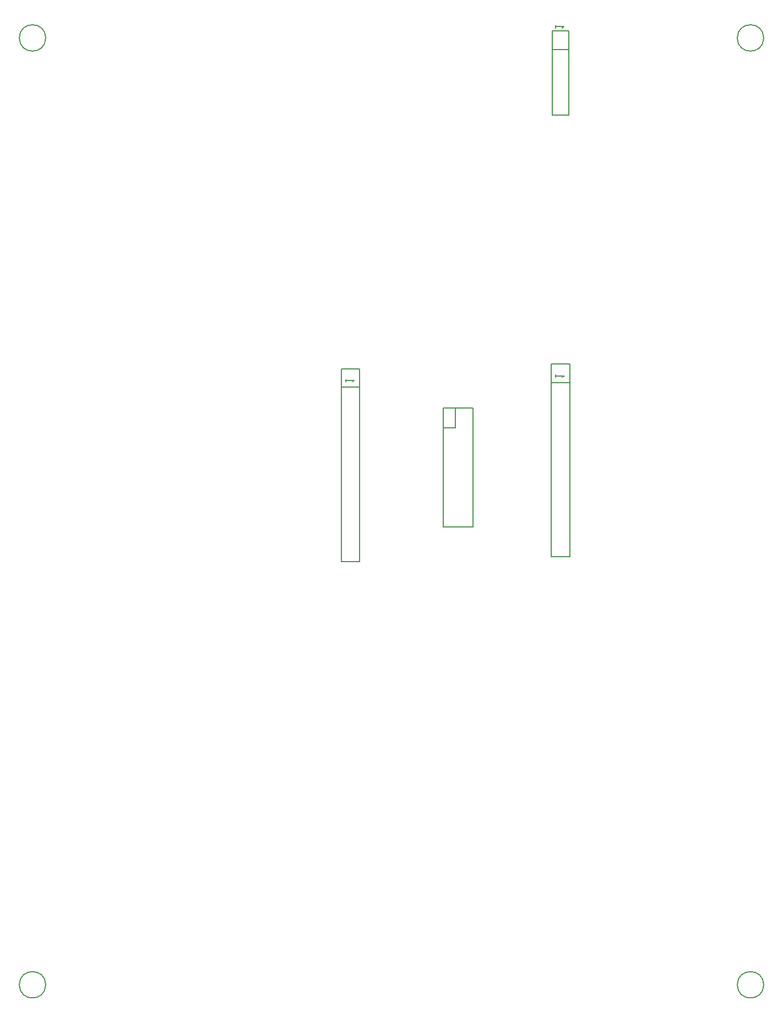
<source format=gbo>
G04 ================== begin FILE IDENTIFICATION RECORD ==================*
G04 Layout Name:  E:/FACOMSA/allegro/TFG_ECU_Telemetry_Sender_1v0.brd*
G04 Film Name:    PCB_Sender_13XXVxSilkscreenBOTTOM*
G04 File Format:  Gerber RS274X*
G04 File Origin:  Cadence Allegro 17.0-S002*
G04 Origin Date:  Mon Mar 27 20:21:05 2023*
G04 *
G04 Layer:  PACKAGE GEOMETRY/SILKSCREEN_BOTTOM*
G04 Layer:  REF DES/SILKSCREEN_BOTTOM*
G04 Layer:  BOARD GEOMETRY/SILKSCREEN_BOTTOM*
G04 *
G04 Offset:    (0.0000 0.0000)*
G04 Mirror:    No*
G04 Mode:      Positive*
G04 Rotation:  0*
G04 FullContactRelief:  No*
G04 UndefLineWidth:     0.2000*
G04 ================== end FILE IDENTIFICATION RECORD ====================*
%FSAX34Y34*MOMM*%
%IR0*IPPOS*OFA0.00000B0.00000*MIA0B0*SFA1.00000B1.00000*%
%ADD10C,.2*%
G75*
%LPD*%
G75*
G54D10*
G01X-0611700Y-0757000D02*
G03I-0020300J0D01*
G01Y0699000D02*
G03I-0020300J0D01*
G01X-0129000Y0188400D02*
Y-0106000D01*
X-0157100D01*
Y0190400D01*
X-0129000D01*
Y0188400D01*
G01X-0150517Y0172200D02*
X-0137518Y0172245D01*
X-0140110Y0170236D01*
G01X-0150510Y0170200D02*
X-0150524Y0174200D01*
G01X-0129430Y0162000D02*
X-0157370D01*
G01X-0000600Y-0053000D02*
Y0130200D01*
X0045600D01*
X0045400Y-0053100D01*
X-0000600Y-0053000D01*
G01Y0099100D02*
X0018600Y0099200D01*
X0018500Y0130100D01*
G01X0194000Y0195400D02*
Y-0099000D01*
X0165900D01*
Y0197400D01*
X0194000D01*
Y0195400D01*
G01X0172483Y0179200D02*
X0185482Y0179245D01*
X0182890Y0177236D01*
G01X0172490Y0177200D02*
X0172476Y0181200D01*
G01X0193570Y0169000D02*
X0165630D01*
G01X0167300Y0580200D02*
X0192300D01*
Y0709800D01*
X0167300D01*
Y0580200D01*
G01X0192300Y0681400D02*
X0167300D01*
G01X0172283Y0716400D02*
X0185282Y0716445D01*
X0182690Y0714436D01*
G01X0172290Y0714400D02*
X0172276Y0718400D01*
G01X0492300Y-0757000D02*
G03I-0020300J0D01*
G01Y0699000D02*
G03I-0020300J0D01*
M02*

</source>
